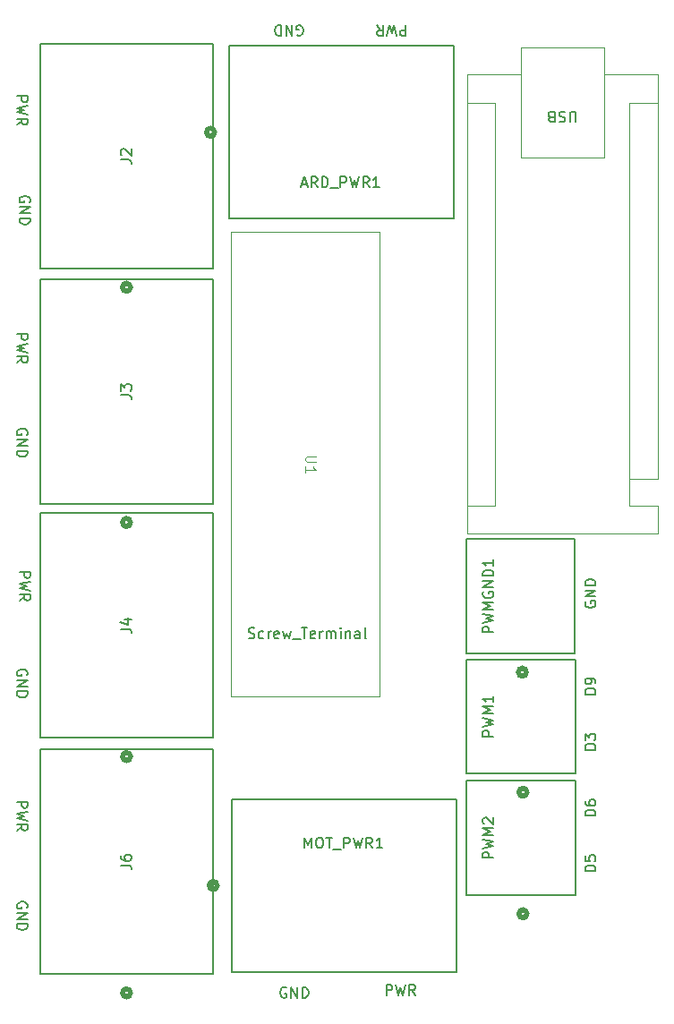
<source format=gbr>
%TF.GenerationSoftware,KiCad,Pcbnew,8.0.2-1*%
%TF.CreationDate,2024-11-16T17:54:22-05:00*%
%TF.ProjectId,JB_PCB,4a425f50-4342-42e6-9b69-6361645f7063,rev?*%
%TF.SameCoordinates,Original*%
%TF.FileFunction,Legend,Top*%
%TF.FilePolarity,Positive*%
%FSLAX46Y46*%
G04 Gerber Fmt 4.6, Leading zero omitted, Abs format (unit mm)*
G04 Created by KiCad (PCBNEW 8.0.2-1) date 2024-11-16 17:54:22*
%MOMM*%
%LPD*%
G01*
G04 APERTURE LIST*
%ADD10C,0.150000*%
%ADD11C,0.100000*%
%ADD12C,0.508000*%
%ADD13C,0.152400*%
%ADD14C,0.120000*%
G04 APERTURE END LIST*
D10*
X127039160Y-109572200D02*
X127182017Y-109619819D01*
X127182017Y-109619819D02*
X127420112Y-109619819D01*
X127420112Y-109619819D02*
X127515350Y-109572200D01*
X127515350Y-109572200D02*
X127562969Y-109524580D01*
X127562969Y-109524580D02*
X127610588Y-109429342D01*
X127610588Y-109429342D02*
X127610588Y-109334104D01*
X127610588Y-109334104D02*
X127562969Y-109238866D01*
X127562969Y-109238866D02*
X127515350Y-109191247D01*
X127515350Y-109191247D02*
X127420112Y-109143628D01*
X127420112Y-109143628D02*
X127229636Y-109096009D01*
X127229636Y-109096009D02*
X127134398Y-109048390D01*
X127134398Y-109048390D02*
X127086779Y-109000771D01*
X127086779Y-109000771D02*
X127039160Y-108905533D01*
X127039160Y-108905533D02*
X127039160Y-108810295D01*
X127039160Y-108810295D02*
X127086779Y-108715057D01*
X127086779Y-108715057D02*
X127134398Y-108667438D01*
X127134398Y-108667438D02*
X127229636Y-108619819D01*
X127229636Y-108619819D02*
X127467731Y-108619819D01*
X127467731Y-108619819D02*
X127610588Y-108667438D01*
X128467731Y-109572200D02*
X128372493Y-109619819D01*
X128372493Y-109619819D02*
X128182017Y-109619819D01*
X128182017Y-109619819D02*
X128086779Y-109572200D01*
X128086779Y-109572200D02*
X128039160Y-109524580D01*
X128039160Y-109524580D02*
X127991541Y-109429342D01*
X127991541Y-109429342D02*
X127991541Y-109143628D01*
X127991541Y-109143628D02*
X128039160Y-109048390D01*
X128039160Y-109048390D02*
X128086779Y-109000771D01*
X128086779Y-109000771D02*
X128182017Y-108953152D01*
X128182017Y-108953152D02*
X128372493Y-108953152D01*
X128372493Y-108953152D02*
X128467731Y-109000771D01*
X128896303Y-109619819D02*
X128896303Y-108953152D01*
X128896303Y-109143628D02*
X128943922Y-109048390D01*
X128943922Y-109048390D02*
X128991541Y-109000771D01*
X128991541Y-109000771D02*
X129086779Y-108953152D01*
X129086779Y-108953152D02*
X129182017Y-108953152D01*
X129896303Y-109572200D02*
X129801065Y-109619819D01*
X129801065Y-109619819D02*
X129610589Y-109619819D01*
X129610589Y-109619819D02*
X129515351Y-109572200D01*
X129515351Y-109572200D02*
X129467732Y-109476961D01*
X129467732Y-109476961D02*
X129467732Y-109096009D01*
X129467732Y-109096009D02*
X129515351Y-109000771D01*
X129515351Y-109000771D02*
X129610589Y-108953152D01*
X129610589Y-108953152D02*
X129801065Y-108953152D01*
X129801065Y-108953152D02*
X129896303Y-109000771D01*
X129896303Y-109000771D02*
X129943922Y-109096009D01*
X129943922Y-109096009D02*
X129943922Y-109191247D01*
X129943922Y-109191247D02*
X129467732Y-109286485D01*
X130277256Y-108953152D02*
X130467732Y-109619819D01*
X130467732Y-109619819D02*
X130658208Y-109143628D01*
X130658208Y-109143628D02*
X130848684Y-109619819D01*
X130848684Y-109619819D02*
X131039160Y-108953152D01*
X131182018Y-109715057D02*
X131943922Y-109715057D01*
X132039161Y-108619819D02*
X132610589Y-108619819D01*
X132324875Y-109619819D02*
X132324875Y-108619819D01*
X133324875Y-109572200D02*
X133229637Y-109619819D01*
X133229637Y-109619819D02*
X133039161Y-109619819D01*
X133039161Y-109619819D02*
X132943923Y-109572200D01*
X132943923Y-109572200D02*
X132896304Y-109476961D01*
X132896304Y-109476961D02*
X132896304Y-109096009D01*
X132896304Y-109096009D02*
X132943923Y-109000771D01*
X132943923Y-109000771D02*
X133039161Y-108953152D01*
X133039161Y-108953152D02*
X133229637Y-108953152D01*
X133229637Y-108953152D02*
X133324875Y-109000771D01*
X133324875Y-109000771D02*
X133372494Y-109096009D01*
X133372494Y-109096009D02*
X133372494Y-109191247D01*
X133372494Y-109191247D02*
X132896304Y-109286485D01*
X133801066Y-109619819D02*
X133801066Y-108953152D01*
X133801066Y-109143628D02*
X133848685Y-109048390D01*
X133848685Y-109048390D02*
X133896304Y-109000771D01*
X133896304Y-109000771D02*
X133991542Y-108953152D01*
X133991542Y-108953152D02*
X134086780Y-108953152D01*
X134420114Y-109619819D02*
X134420114Y-108953152D01*
X134420114Y-109048390D02*
X134467733Y-109000771D01*
X134467733Y-109000771D02*
X134562971Y-108953152D01*
X134562971Y-108953152D02*
X134705828Y-108953152D01*
X134705828Y-108953152D02*
X134801066Y-109000771D01*
X134801066Y-109000771D02*
X134848685Y-109096009D01*
X134848685Y-109096009D02*
X134848685Y-109619819D01*
X134848685Y-109096009D02*
X134896304Y-109000771D01*
X134896304Y-109000771D02*
X134991542Y-108953152D01*
X134991542Y-108953152D02*
X135134399Y-108953152D01*
X135134399Y-108953152D02*
X135229638Y-109000771D01*
X135229638Y-109000771D02*
X135277257Y-109096009D01*
X135277257Y-109096009D02*
X135277257Y-109619819D01*
X135753447Y-109619819D02*
X135753447Y-108953152D01*
X135753447Y-108619819D02*
X135705828Y-108667438D01*
X135705828Y-108667438D02*
X135753447Y-108715057D01*
X135753447Y-108715057D02*
X135801066Y-108667438D01*
X135801066Y-108667438D02*
X135753447Y-108619819D01*
X135753447Y-108619819D02*
X135753447Y-108715057D01*
X136229637Y-108953152D02*
X136229637Y-109619819D01*
X136229637Y-109048390D02*
X136277256Y-109000771D01*
X136277256Y-109000771D02*
X136372494Y-108953152D01*
X136372494Y-108953152D02*
X136515351Y-108953152D01*
X136515351Y-108953152D02*
X136610589Y-109000771D01*
X136610589Y-109000771D02*
X136658208Y-109096009D01*
X136658208Y-109096009D02*
X136658208Y-109619819D01*
X137562970Y-109619819D02*
X137562970Y-109096009D01*
X137562970Y-109096009D02*
X137515351Y-109000771D01*
X137515351Y-109000771D02*
X137420113Y-108953152D01*
X137420113Y-108953152D02*
X137229637Y-108953152D01*
X137229637Y-108953152D02*
X137134399Y-109000771D01*
X137562970Y-109572200D02*
X137467732Y-109619819D01*
X137467732Y-109619819D02*
X137229637Y-109619819D01*
X137229637Y-109619819D02*
X137134399Y-109572200D01*
X137134399Y-109572200D02*
X137086780Y-109476961D01*
X137086780Y-109476961D02*
X137086780Y-109381723D01*
X137086780Y-109381723D02*
X137134399Y-109286485D01*
X137134399Y-109286485D02*
X137229637Y-109238866D01*
X137229637Y-109238866D02*
X137467732Y-109238866D01*
X137467732Y-109238866D02*
X137562970Y-109191247D01*
X138182018Y-109619819D02*
X138086780Y-109572200D01*
X138086780Y-109572200D02*
X138039161Y-109476961D01*
X138039161Y-109476961D02*
X138039161Y-108619819D01*
X159869819Y-131663220D02*
X158869819Y-131663220D01*
X158869819Y-131663220D02*
X158869819Y-131425125D01*
X158869819Y-131425125D02*
X158917438Y-131282268D01*
X158917438Y-131282268D02*
X159012676Y-131187030D01*
X159012676Y-131187030D02*
X159107914Y-131139411D01*
X159107914Y-131139411D02*
X159298390Y-131091792D01*
X159298390Y-131091792D02*
X159441247Y-131091792D01*
X159441247Y-131091792D02*
X159631723Y-131139411D01*
X159631723Y-131139411D02*
X159726961Y-131187030D01*
X159726961Y-131187030D02*
X159822200Y-131282268D01*
X159822200Y-131282268D02*
X159869819Y-131425125D01*
X159869819Y-131425125D02*
X159869819Y-131663220D01*
X158869819Y-130187030D02*
X158869819Y-130663220D01*
X158869819Y-130663220D02*
X159346009Y-130710839D01*
X159346009Y-130710839D02*
X159298390Y-130663220D01*
X159298390Y-130663220D02*
X159250771Y-130567982D01*
X159250771Y-130567982D02*
X159250771Y-130329887D01*
X159250771Y-130329887D02*
X159298390Y-130234649D01*
X159298390Y-130234649D02*
X159346009Y-130187030D01*
X159346009Y-130187030D02*
X159441247Y-130139411D01*
X159441247Y-130139411D02*
X159679342Y-130139411D01*
X159679342Y-130139411D02*
X159774580Y-130187030D01*
X159774580Y-130187030D02*
X159822200Y-130234649D01*
X159822200Y-130234649D02*
X159869819Y-130329887D01*
X159869819Y-130329887D02*
X159869819Y-130567982D01*
X159869819Y-130567982D02*
X159822200Y-130663220D01*
X159822200Y-130663220D02*
X159774580Y-130710839D01*
X159869819Y-126413220D02*
X158869819Y-126413220D01*
X158869819Y-126413220D02*
X158869819Y-126175125D01*
X158869819Y-126175125D02*
X158917438Y-126032268D01*
X158917438Y-126032268D02*
X159012676Y-125937030D01*
X159012676Y-125937030D02*
X159107914Y-125889411D01*
X159107914Y-125889411D02*
X159298390Y-125841792D01*
X159298390Y-125841792D02*
X159441247Y-125841792D01*
X159441247Y-125841792D02*
X159631723Y-125889411D01*
X159631723Y-125889411D02*
X159726961Y-125937030D01*
X159726961Y-125937030D02*
X159822200Y-126032268D01*
X159822200Y-126032268D02*
X159869819Y-126175125D01*
X159869819Y-126175125D02*
X159869819Y-126413220D01*
X158869819Y-124984649D02*
X158869819Y-125175125D01*
X158869819Y-125175125D02*
X158917438Y-125270363D01*
X158917438Y-125270363D02*
X158965057Y-125317982D01*
X158965057Y-125317982D02*
X159107914Y-125413220D01*
X159107914Y-125413220D02*
X159298390Y-125460839D01*
X159298390Y-125460839D02*
X159679342Y-125460839D01*
X159679342Y-125460839D02*
X159774580Y-125413220D01*
X159774580Y-125413220D02*
X159822200Y-125365601D01*
X159822200Y-125365601D02*
X159869819Y-125270363D01*
X159869819Y-125270363D02*
X159869819Y-125079887D01*
X159869819Y-125079887D02*
X159822200Y-124984649D01*
X159822200Y-124984649D02*
X159774580Y-124937030D01*
X159774580Y-124937030D02*
X159679342Y-124889411D01*
X159679342Y-124889411D02*
X159441247Y-124889411D01*
X159441247Y-124889411D02*
X159346009Y-124937030D01*
X159346009Y-124937030D02*
X159298390Y-124984649D01*
X159298390Y-124984649D02*
X159250771Y-125079887D01*
X159250771Y-125079887D02*
X159250771Y-125270363D01*
X159250771Y-125270363D02*
X159298390Y-125365601D01*
X159298390Y-125365601D02*
X159346009Y-125413220D01*
X159346009Y-125413220D02*
X159441247Y-125460839D01*
X159869819Y-120163220D02*
X158869819Y-120163220D01*
X158869819Y-120163220D02*
X158869819Y-119925125D01*
X158869819Y-119925125D02*
X158917438Y-119782268D01*
X158917438Y-119782268D02*
X159012676Y-119687030D01*
X159012676Y-119687030D02*
X159107914Y-119639411D01*
X159107914Y-119639411D02*
X159298390Y-119591792D01*
X159298390Y-119591792D02*
X159441247Y-119591792D01*
X159441247Y-119591792D02*
X159631723Y-119639411D01*
X159631723Y-119639411D02*
X159726961Y-119687030D01*
X159726961Y-119687030D02*
X159822200Y-119782268D01*
X159822200Y-119782268D02*
X159869819Y-119925125D01*
X159869819Y-119925125D02*
X159869819Y-120163220D01*
X158869819Y-119258458D02*
X158869819Y-118639411D01*
X158869819Y-118639411D02*
X159250771Y-118972744D01*
X159250771Y-118972744D02*
X159250771Y-118829887D01*
X159250771Y-118829887D02*
X159298390Y-118734649D01*
X159298390Y-118734649D02*
X159346009Y-118687030D01*
X159346009Y-118687030D02*
X159441247Y-118639411D01*
X159441247Y-118639411D02*
X159679342Y-118639411D01*
X159679342Y-118639411D02*
X159774580Y-118687030D01*
X159774580Y-118687030D02*
X159822200Y-118734649D01*
X159822200Y-118734649D02*
X159869819Y-118829887D01*
X159869819Y-118829887D02*
X159869819Y-119115601D01*
X159869819Y-119115601D02*
X159822200Y-119210839D01*
X159822200Y-119210839D02*
X159774580Y-119258458D01*
X159869819Y-114913220D02*
X158869819Y-114913220D01*
X158869819Y-114913220D02*
X158869819Y-114675125D01*
X158869819Y-114675125D02*
X158917438Y-114532268D01*
X158917438Y-114532268D02*
X159012676Y-114437030D01*
X159012676Y-114437030D02*
X159107914Y-114389411D01*
X159107914Y-114389411D02*
X159298390Y-114341792D01*
X159298390Y-114341792D02*
X159441247Y-114341792D01*
X159441247Y-114341792D02*
X159631723Y-114389411D01*
X159631723Y-114389411D02*
X159726961Y-114437030D01*
X159726961Y-114437030D02*
X159822200Y-114532268D01*
X159822200Y-114532268D02*
X159869819Y-114675125D01*
X159869819Y-114675125D02*
X159869819Y-114913220D01*
X159869819Y-113865601D02*
X159869819Y-113675125D01*
X159869819Y-113675125D02*
X159822200Y-113579887D01*
X159822200Y-113579887D02*
X159774580Y-113532268D01*
X159774580Y-113532268D02*
X159631723Y-113437030D01*
X159631723Y-113437030D02*
X159441247Y-113389411D01*
X159441247Y-113389411D02*
X159060295Y-113389411D01*
X159060295Y-113389411D02*
X158965057Y-113437030D01*
X158965057Y-113437030D02*
X158917438Y-113484649D01*
X158917438Y-113484649D02*
X158869819Y-113579887D01*
X158869819Y-113579887D02*
X158869819Y-113770363D01*
X158869819Y-113770363D02*
X158917438Y-113865601D01*
X158917438Y-113865601D02*
X158965057Y-113913220D01*
X158965057Y-113913220D02*
X159060295Y-113960839D01*
X159060295Y-113960839D02*
X159298390Y-113960839D01*
X159298390Y-113960839D02*
X159393628Y-113913220D01*
X159393628Y-113913220D02*
X159441247Y-113865601D01*
X159441247Y-113865601D02*
X159488866Y-113770363D01*
X159488866Y-113770363D02*
X159488866Y-113579887D01*
X159488866Y-113579887D02*
X159441247Y-113484649D01*
X159441247Y-113484649D02*
X159393628Y-113437030D01*
X159393628Y-113437030D02*
X159298390Y-113389411D01*
X158917438Y-106139411D02*
X158869819Y-106234649D01*
X158869819Y-106234649D02*
X158869819Y-106377506D01*
X158869819Y-106377506D02*
X158917438Y-106520363D01*
X158917438Y-106520363D02*
X159012676Y-106615601D01*
X159012676Y-106615601D02*
X159107914Y-106663220D01*
X159107914Y-106663220D02*
X159298390Y-106710839D01*
X159298390Y-106710839D02*
X159441247Y-106710839D01*
X159441247Y-106710839D02*
X159631723Y-106663220D01*
X159631723Y-106663220D02*
X159726961Y-106615601D01*
X159726961Y-106615601D02*
X159822200Y-106520363D01*
X159822200Y-106520363D02*
X159869819Y-106377506D01*
X159869819Y-106377506D02*
X159869819Y-106282268D01*
X159869819Y-106282268D02*
X159822200Y-106139411D01*
X159822200Y-106139411D02*
X159774580Y-106091792D01*
X159774580Y-106091792D02*
X159441247Y-106091792D01*
X159441247Y-106091792D02*
X159441247Y-106282268D01*
X159869819Y-105663220D02*
X158869819Y-105663220D01*
X158869819Y-105663220D02*
X159869819Y-105091792D01*
X159869819Y-105091792D02*
X158869819Y-105091792D01*
X159869819Y-104615601D02*
X158869819Y-104615601D01*
X158869819Y-104615601D02*
X158869819Y-104377506D01*
X158869819Y-104377506D02*
X158917438Y-104234649D01*
X158917438Y-104234649D02*
X159012676Y-104139411D01*
X159012676Y-104139411D02*
X159107914Y-104091792D01*
X159107914Y-104091792D02*
X159298390Y-104044173D01*
X159298390Y-104044173D02*
X159441247Y-104044173D01*
X159441247Y-104044173D02*
X159631723Y-104091792D01*
X159631723Y-104091792D02*
X159726961Y-104139411D01*
X159726961Y-104139411D02*
X159822200Y-104234649D01*
X159822200Y-104234649D02*
X159869819Y-104377506D01*
X159869819Y-104377506D02*
X159869819Y-104615601D01*
X141913220Y-51630180D02*
X141913220Y-52630180D01*
X141913220Y-52630180D02*
X141532268Y-52630180D01*
X141532268Y-52630180D02*
X141437030Y-52582561D01*
X141437030Y-52582561D02*
X141389411Y-52534942D01*
X141389411Y-52534942D02*
X141341792Y-52439704D01*
X141341792Y-52439704D02*
X141341792Y-52296847D01*
X141341792Y-52296847D02*
X141389411Y-52201609D01*
X141389411Y-52201609D02*
X141437030Y-52153990D01*
X141437030Y-52153990D02*
X141532268Y-52106371D01*
X141532268Y-52106371D02*
X141913220Y-52106371D01*
X141008458Y-52630180D02*
X140770363Y-51630180D01*
X140770363Y-51630180D02*
X140579887Y-52344466D01*
X140579887Y-52344466D02*
X140389411Y-51630180D01*
X140389411Y-51630180D02*
X140151316Y-52630180D01*
X139198935Y-51630180D02*
X139532268Y-52106371D01*
X139770363Y-51630180D02*
X139770363Y-52630180D01*
X139770363Y-52630180D02*
X139389411Y-52630180D01*
X139389411Y-52630180D02*
X139294173Y-52582561D01*
X139294173Y-52582561D02*
X139246554Y-52534942D01*
X139246554Y-52534942D02*
X139198935Y-52439704D01*
X139198935Y-52439704D02*
X139198935Y-52296847D01*
X139198935Y-52296847D02*
X139246554Y-52201609D01*
X139246554Y-52201609D02*
X139294173Y-52153990D01*
X139294173Y-52153990D02*
X139389411Y-52106371D01*
X139389411Y-52106371D02*
X139770363Y-52106371D01*
X131639411Y-52582561D02*
X131734649Y-52630180D01*
X131734649Y-52630180D02*
X131877506Y-52630180D01*
X131877506Y-52630180D02*
X132020363Y-52582561D01*
X132020363Y-52582561D02*
X132115601Y-52487323D01*
X132115601Y-52487323D02*
X132163220Y-52392085D01*
X132163220Y-52392085D02*
X132210839Y-52201609D01*
X132210839Y-52201609D02*
X132210839Y-52058752D01*
X132210839Y-52058752D02*
X132163220Y-51868276D01*
X132163220Y-51868276D02*
X132115601Y-51773038D01*
X132115601Y-51773038D02*
X132020363Y-51677800D01*
X132020363Y-51677800D02*
X131877506Y-51630180D01*
X131877506Y-51630180D02*
X131782268Y-51630180D01*
X131782268Y-51630180D02*
X131639411Y-51677800D01*
X131639411Y-51677800D02*
X131591792Y-51725419D01*
X131591792Y-51725419D02*
X131591792Y-52058752D01*
X131591792Y-52058752D02*
X131782268Y-52058752D01*
X131163220Y-51630180D02*
X131163220Y-52630180D01*
X131163220Y-52630180D02*
X130591792Y-51630180D01*
X130591792Y-51630180D02*
X130591792Y-52630180D01*
X130115601Y-51630180D02*
X130115601Y-52630180D01*
X130115601Y-52630180D02*
X129877506Y-52630180D01*
X129877506Y-52630180D02*
X129734649Y-52582561D01*
X129734649Y-52582561D02*
X129639411Y-52487323D01*
X129639411Y-52487323D02*
X129591792Y-52392085D01*
X129591792Y-52392085D02*
X129544173Y-52201609D01*
X129544173Y-52201609D02*
X129544173Y-52058752D01*
X129544173Y-52058752D02*
X129591792Y-51868276D01*
X129591792Y-51868276D02*
X129639411Y-51773038D01*
X129639411Y-51773038D02*
X129734649Y-51677800D01*
X129734649Y-51677800D02*
X129877506Y-51630180D01*
X129877506Y-51630180D02*
X130115601Y-51630180D01*
X106332561Y-68360588D02*
X106380180Y-68265350D01*
X106380180Y-68265350D02*
X106380180Y-68122493D01*
X106380180Y-68122493D02*
X106332561Y-67979636D01*
X106332561Y-67979636D02*
X106237323Y-67884398D01*
X106237323Y-67884398D02*
X106142085Y-67836779D01*
X106142085Y-67836779D02*
X105951609Y-67789160D01*
X105951609Y-67789160D02*
X105808752Y-67789160D01*
X105808752Y-67789160D02*
X105618276Y-67836779D01*
X105618276Y-67836779D02*
X105523038Y-67884398D01*
X105523038Y-67884398D02*
X105427800Y-67979636D01*
X105427800Y-67979636D02*
X105380180Y-68122493D01*
X105380180Y-68122493D02*
X105380180Y-68217731D01*
X105380180Y-68217731D02*
X105427800Y-68360588D01*
X105427800Y-68360588D02*
X105475419Y-68408207D01*
X105475419Y-68408207D02*
X105808752Y-68408207D01*
X105808752Y-68408207D02*
X105808752Y-68217731D01*
X105380180Y-68836779D02*
X106380180Y-68836779D01*
X106380180Y-68836779D02*
X105380180Y-69408207D01*
X105380180Y-69408207D02*
X106380180Y-69408207D01*
X105380180Y-69884398D02*
X106380180Y-69884398D01*
X106380180Y-69884398D02*
X106380180Y-70122493D01*
X106380180Y-70122493D02*
X106332561Y-70265350D01*
X106332561Y-70265350D02*
X106237323Y-70360588D01*
X106237323Y-70360588D02*
X106142085Y-70408207D01*
X106142085Y-70408207D02*
X105951609Y-70455826D01*
X105951609Y-70455826D02*
X105808752Y-70455826D01*
X105808752Y-70455826D02*
X105618276Y-70408207D01*
X105618276Y-70408207D02*
X105523038Y-70360588D01*
X105523038Y-70360588D02*
X105427800Y-70265350D01*
X105427800Y-70265350D02*
X105380180Y-70122493D01*
X105380180Y-70122493D02*
X105380180Y-69884398D01*
X106082561Y-90360588D02*
X106130180Y-90265350D01*
X106130180Y-90265350D02*
X106130180Y-90122493D01*
X106130180Y-90122493D02*
X106082561Y-89979636D01*
X106082561Y-89979636D02*
X105987323Y-89884398D01*
X105987323Y-89884398D02*
X105892085Y-89836779D01*
X105892085Y-89836779D02*
X105701609Y-89789160D01*
X105701609Y-89789160D02*
X105558752Y-89789160D01*
X105558752Y-89789160D02*
X105368276Y-89836779D01*
X105368276Y-89836779D02*
X105273038Y-89884398D01*
X105273038Y-89884398D02*
X105177800Y-89979636D01*
X105177800Y-89979636D02*
X105130180Y-90122493D01*
X105130180Y-90122493D02*
X105130180Y-90217731D01*
X105130180Y-90217731D02*
X105177800Y-90360588D01*
X105177800Y-90360588D02*
X105225419Y-90408207D01*
X105225419Y-90408207D02*
X105558752Y-90408207D01*
X105558752Y-90408207D02*
X105558752Y-90217731D01*
X105130180Y-90836779D02*
X106130180Y-90836779D01*
X106130180Y-90836779D02*
X105130180Y-91408207D01*
X105130180Y-91408207D02*
X106130180Y-91408207D01*
X105130180Y-91884398D02*
X106130180Y-91884398D01*
X106130180Y-91884398D02*
X106130180Y-92122493D01*
X106130180Y-92122493D02*
X106082561Y-92265350D01*
X106082561Y-92265350D02*
X105987323Y-92360588D01*
X105987323Y-92360588D02*
X105892085Y-92408207D01*
X105892085Y-92408207D02*
X105701609Y-92455826D01*
X105701609Y-92455826D02*
X105558752Y-92455826D01*
X105558752Y-92455826D02*
X105368276Y-92408207D01*
X105368276Y-92408207D02*
X105273038Y-92360588D01*
X105273038Y-92360588D02*
X105177800Y-92265350D01*
X105177800Y-92265350D02*
X105130180Y-92122493D01*
X105130180Y-92122493D02*
X105130180Y-91884398D01*
X106082561Y-113110588D02*
X106130180Y-113015350D01*
X106130180Y-113015350D02*
X106130180Y-112872493D01*
X106130180Y-112872493D02*
X106082561Y-112729636D01*
X106082561Y-112729636D02*
X105987323Y-112634398D01*
X105987323Y-112634398D02*
X105892085Y-112586779D01*
X105892085Y-112586779D02*
X105701609Y-112539160D01*
X105701609Y-112539160D02*
X105558752Y-112539160D01*
X105558752Y-112539160D02*
X105368276Y-112586779D01*
X105368276Y-112586779D02*
X105273038Y-112634398D01*
X105273038Y-112634398D02*
X105177800Y-112729636D01*
X105177800Y-112729636D02*
X105130180Y-112872493D01*
X105130180Y-112872493D02*
X105130180Y-112967731D01*
X105130180Y-112967731D02*
X105177800Y-113110588D01*
X105177800Y-113110588D02*
X105225419Y-113158207D01*
X105225419Y-113158207D02*
X105558752Y-113158207D01*
X105558752Y-113158207D02*
X105558752Y-112967731D01*
X105130180Y-113586779D02*
X106130180Y-113586779D01*
X106130180Y-113586779D02*
X105130180Y-114158207D01*
X105130180Y-114158207D02*
X106130180Y-114158207D01*
X105130180Y-114634398D02*
X106130180Y-114634398D01*
X106130180Y-114634398D02*
X106130180Y-114872493D01*
X106130180Y-114872493D02*
X106082561Y-115015350D01*
X106082561Y-115015350D02*
X105987323Y-115110588D01*
X105987323Y-115110588D02*
X105892085Y-115158207D01*
X105892085Y-115158207D02*
X105701609Y-115205826D01*
X105701609Y-115205826D02*
X105558752Y-115205826D01*
X105558752Y-115205826D02*
X105368276Y-115158207D01*
X105368276Y-115158207D02*
X105273038Y-115110588D01*
X105273038Y-115110588D02*
X105177800Y-115015350D01*
X105177800Y-115015350D02*
X105130180Y-114872493D01*
X105130180Y-114872493D02*
X105130180Y-114634398D01*
X106082561Y-135110588D02*
X106130180Y-135015350D01*
X106130180Y-135015350D02*
X106130180Y-134872493D01*
X106130180Y-134872493D02*
X106082561Y-134729636D01*
X106082561Y-134729636D02*
X105987323Y-134634398D01*
X105987323Y-134634398D02*
X105892085Y-134586779D01*
X105892085Y-134586779D02*
X105701609Y-134539160D01*
X105701609Y-134539160D02*
X105558752Y-134539160D01*
X105558752Y-134539160D02*
X105368276Y-134586779D01*
X105368276Y-134586779D02*
X105273038Y-134634398D01*
X105273038Y-134634398D02*
X105177800Y-134729636D01*
X105177800Y-134729636D02*
X105130180Y-134872493D01*
X105130180Y-134872493D02*
X105130180Y-134967731D01*
X105130180Y-134967731D02*
X105177800Y-135110588D01*
X105177800Y-135110588D02*
X105225419Y-135158207D01*
X105225419Y-135158207D02*
X105558752Y-135158207D01*
X105558752Y-135158207D02*
X105558752Y-134967731D01*
X105130180Y-135586779D02*
X106130180Y-135586779D01*
X106130180Y-135586779D02*
X105130180Y-136158207D01*
X105130180Y-136158207D02*
X106130180Y-136158207D01*
X105130180Y-136634398D02*
X106130180Y-136634398D01*
X106130180Y-136634398D02*
X106130180Y-136872493D01*
X106130180Y-136872493D02*
X106082561Y-137015350D01*
X106082561Y-137015350D02*
X105987323Y-137110588D01*
X105987323Y-137110588D02*
X105892085Y-137158207D01*
X105892085Y-137158207D02*
X105701609Y-137205826D01*
X105701609Y-137205826D02*
X105558752Y-137205826D01*
X105558752Y-137205826D02*
X105368276Y-137158207D01*
X105368276Y-137158207D02*
X105273038Y-137110588D01*
X105273038Y-137110588D02*
X105177800Y-137015350D01*
X105177800Y-137015350D02*
X105130180Y-136872493D01*
X105130180Y-136872493D02*
X105130180Y-136634398D01*
X130610588Y-142667438D02*
X130515350Y-142619819D01*
X130515350Y-142619819D02*
X130372493Y-142619819D01*
X130372493Y-142619819D02*
X130229636Y-142667438D01*
X130229636Y-142667438D02*
X130134398Y-142762676D01*
X130134398Y-142762676D02*
X130086779Y-142857914D01*
X130086779Y-142857914D02*
X130039160Y-143048390D01*
X130039160Y-143048390D02*
X130039160Y-143191247D01*
X130039160Y-143191247D02*
X130086779Y-143381723D01*
X130086779Y-143381723D02*
X130134398Y-143476961D01*
X130134398Y-143476961D02*
X130229636Y-143572200D01*
X130229636Y-143572200D02*
X130372493Y-143619819D01*
X130372493Y-143619819D02*
X130467731Y-143619819D01*
X130467731Y-143619819D02*
X130610588Y-143572200D01*
X130610588Y-143572200D02*
X130658207Y-143524580D01*
X130658207Y-143524580D02*
X130658207Y-143191247D01*
X130658207Y-143191247D02*
X130467731Y-143191247D01*
X131086779Y-143619819D02*
X131086779Y-142619819D01*
X131086779Y-142619819D02*
X131658207Y-143619819D01*
X131658207Y-143619819D02*
X131658207Y-142619819D01*
X132134398Y-143619819D02*
X132134398Y-142619819D01*
X132134398Y-142619819D02*
X132372493Y-142619819D01*
X132372493Y-142619819D02*
X132515350Y-142667438D01*
X132515350Y-142667438D02*
X132610588Y-142762676D01*
X132610588Y-142762676D02*
X132658207Y-142857914D01*
X132658207Y-142857914D02*
X132705826Y-143048390D01*
X132705826Y-143048390D02*
X132705826Y-143191247D01*
X132705826Y-143191247D02*
X132658207Y-143381723D01*
X132658207Y-143381723D02*
X132610588Y-143476961D01*
X132610588Y-143476961D02*
X132515350Y-143572200D01*
X132515350Y-143572200D02*
X132372493Y-143619819D01*
X132372493Y-143619819D02*
X132134398Y-143619819D01*
X140086779Y-143369819D02*
X140086779Y-142369819D01*
X140086779Y-142369819D02*
X140467731Y-142369819D01*
X140467731Y-142369819D02*
X140562969Y-142417438D01*
X140562969Y-142417438D02*
X140610588Y-142465057D01*
X140610588Y-142465057D02*
X140658207Y-142560295D01*
X140658207Y-142560295D02*
X140658207Y-142703152D01*
X140658207Y-142703152D02*
X140610588Y-142798390D01*
X140610588Y-142798390D02*
X140562969Y-142846009D01*
X140562969Y-142846009D02*
X140467731Y-142893628D01*
X140467731Y-142893628D02*
X140086779Y-142893628D01*
X140991541Y-142369819D02*
X141229636Y-143369819D01*
X141229636Y-143369819D02*
X141420112Y-142655533D01*
X141420112Y-142655533D02*
X141610588Y-143369819D01*
X141610588Y-143369819D02*
X141848684Y-142369819D01*
X142801064Y-143369819D02*
X142467731Y-142893628D01*
X142229636Y-143369819D02*
X142229636Y-142369819D01*
X142229636Y-142369819D02*
X142610588Y-142369819D01*
X142610588Y-142369819D02*
X142705826Y-142417438D01*
X142705826Y-142417438D02*
X142753445Y-142465057D01*
X142753445Y-142465057D02*
X142801064Y-142560295D01*
X142801064Y-142560295D02*
X142801064Y-142703152D01*
X142801064Y-142703152D02*
X142753445Y-142798390D01*
X142753445Y-142798390D02*
X142705826Y-142846009D01*
X142705826Y-142846009D02*
X142610588Y-142893628D01*
X142610588Y-142893628D02*
X142229636Y-142893628D01*
X105130180Y-125086779D02*
X106130180Y-125086779D01*
X106130180Y-125086779D02*
X106130180Y-125467731D01*
X106130180Y-125467731D02*
X106082561Y-125562969D01*
X106082561Y-125562969D02*
X106034942Y-125610588D01*
X106034942Y-125610588D02*
X105939704Y-125658207D01*
X105939704Y-125658207D02*
X105796847Y-125658207D01*
X105796847Y-125658207D02*
X105701609Y-125610588D01*
X105701609Y-125610588D02*
X105653990Y-125562969D01*
X105653990Y-125562969D02*
X105606371Y-125467731D01*
X105606371Y-125467731D02*
X105606371Y-125086779D01*
X106130180Y-125991541D02*
X105130180Y-126229636D01*
X105130180Y-126229636D02*
X105844466Y-126420112D01*
X105844466Y-126420112D02*
X105130180Y-126610588D01*
X105130180Y-126610588D02*
X106130180Y-126848684D01*
X105130180Y-127801064D02*
X105606371Y-127467731D01*
X105130180Y-127229636D02*
X106130180Y-127229636D01*
X106130180Y-127229636D02*
X106130180Y-127610588D01*
X106130180Y-127610588D02*
X106082561Y-127705826D01*
X106082561Y-127705826D02*
X106034942Y-127753445D01*
X106034942Y-127753445D02*
X105939704Y-127801064D01*
X105939704Y-127801064D02*
X105796847Y-127801064D01*
X105796847Y-127801064D02*
X105701609Y-127753445D01*
X105701609Y-127753445D02*
X105653990Y-127705826D01*
X105653990Y-127705826D02*
X105606371Y-127610588D01*
X105606371Y-127610588D02*
X105606371Y-127229636D01*
X105380180Y-103336779D02*
X106380180Y-103336779D01*
X106380180Y-103336779D02*
X106380180Y-103717731D01*
X106380180Y-103717731D02*
X106332561Y-103812969D01*
X106332561Y-103812969D02*
X106284942Y-103860588D01*
X106284942Y-103860588D02*
X106189704Y-103908207D01*
X106189704Y-103908207D02*
X106046847Y-103908207D01*
X106046847Y-103908207D02*
X105951609Y-103860588D01*
X105951609Y-103860588D02*
X105903990Y-103812969D01*
X105903990Y-103812969D02*
X105856371Y-103717731D01*
X105856371Y-103717731D02*
X105856371Y-103336779D01*
X106380180Y-104241541D02*
X105380180Y-104479636D01*
X105380180Y-104479636D02*
X106094466Y-104670112D01*
X106094466Y-104670112D02*
X105380180Y-104860588D01*
X105380180Y-104860588D02*
X106380180Y-105098684D01*
X105380180Y-106051064D02*
X105856371Y-105717731D01*
X105380180Y-105479636D02*
X106380180Y-105479636D01*
X106380180Y-105479636D02*
X106380180Y-105860588D01*
X106380180Y-105860588D02*
X106332561Y-105955826D01*
X106332561Y-105955826D02*
X106284942Y-106003445D01*
X106284942Y-106003445D02*
X106189704Y-106051064D01*
X106189704Y-106051064D02*
X106046847Y-106051064D01*
X106046847Y-106051064D02*
X105951609Y-106003445D01*
X105951609Y-106003445D02*
X105903990Y-105955826D01*
X105903990Y-105955826D02*
X105856371Y-105860588D01*
X105856371Y-105860588D02*
X105856371Y-105479636D01*
X105130180Y-80836779D02*
X106130180Y-80836779D01*
X106130180Y-80836779D02*
X106130180Y-81217731D01*
X106130180Y-81217731D02*
X106082561Y-81312969D01*
X106082561Y-81312969D02*
X106034942Y-81360588D01*
X106034942Y-81360588D02*
X105939704Y-81408207D01*
X105939704Y-81408207D02*
X105796847Y-81408207D01*
X105796847Y-81408207D02*
X105701609Y-81360588D01*
X105701609Y-81360588D02*
X105653990Y-81312969D01*
X105653990Y-81312969D02*
X105606371Y-81217731D01*
X105606371Y-81217731D02*
X105606371Y-80836779D01*
X106130180Y-81741541D02*
X105130180Y-81979636D01*
X105130180Y-81979636D02*
X105844466Y-82170112D01*
X105844466Y-82170112D02*
X105130180Y-82360588D01*
X105130180Y-82360588D02*
X106130180Y-82598684D01*
X105130180Y-83551064D02*
X105606371Y-83217731D01*
X105130180Y-82979636D02*
X106130180Y-82979636D01*
X106130180Y-82979636D02*
X106130180Y-83360588D01*
X106130180Y-83360588D02*
X106082561Y-83455826D01*
X106082561Y-83455826D02*
X106034942Y-83503445D01*
X106034942Y-83503445D02*
X105939704Y-83551064D01*
X105939704Y-83551064D02*
X105796847Y-83551064D01*
X105796847Y-83551064D02*
X105701609Y-83503445D01*
X105701609Y-83503445D02*
X105653990Y-83455826D01*
X105653990Y-83455826D02*
X105606371Y-83360588D01*
X105606371Y-83360588D02*
X105606371Y-82979636D01*
X105130180Y-58336779D02*
X106130180Y-58336779D01*
X106130180Y-58336779D02*
X106130180Y-58717731D01*
X106130180Y-58717731D02*
X106082561Y-58812969D01*
X106082561Y-58812969D02*
X106034942Y-58860588D01*
X106034942Y-58860588D02*
X105939704Y-58908207D01*
X105939704Y-58908207D02*
X105796847Y-58908207D01*
X105796847Y-58908207D02*
X105701609Y-58860588D01*
X105701609Y-58860588D02*
X105653990Y-58812969D01*
X105653990Y-58812969D02*
X105606371Y-58717731D01*
X105606371Y-58717731D02*
X105606371Y-58336779D01*
X106130180Y-59241541D02*
X105130180Y-59479636D01*
X105130180Y-59479636D02*
X105844466Y-59670112D01*
X105844466Y-59670112D02*
X105130180Y-59860588D01*
X105130180Y-59860588D02*
X106130180Y-60098684D01*
X105130180Y-61051064D02*
X105606371Y-60717731D01*
X105130180Y-60479636D02*
X106130180Y-60479636D01*
X106130180Y-60479636D02*
X106130180Y-60860588D01*
X106130180Y-60860588D02*
X106082561Y-60955826D01*
X106082561Y-60955826D02*
X106034942Y-61003445D01*
X106034942Y-61003445D02*
X105939704Y-61051064D01*
X105939704Y-61051064D02*
X105796847Y-61051064D01*
X105796847Y-61051064D02*
X105701609Y-61003445D01*
X105701609Y-61003445D02*
X105653990Y-60955826D01*
X105653990Y-60955826D02*
X105606371Y-60860588D01*
X105606371Y-60860588D02*
X105606371Y-60479636D01*
X150204819Y-109049861D02*
X149204819Y-109049861D01*
X149204819Y-109049861D02*
X149204819Y-108668909D01*
X149204819Y-108668909D02*
X149252438Y-108573671D01*
X149252438Y-108573671D02*
X149300057Y-108526052D01*
X149300057Y-108526052D02*
X149395295Y-108478433D01*
X149395295Y-108478433D02*
X149538152Y-108478433D01*
X149538152Y-108478433D02*
X149633390Y-108526052D01*
X149633390Y-108526052D02*
X149681009Y-108573671D01*
X149681009Y-108573671D02*
X149728628Y-108668909D01*
X149728628Y-108668909D02*
X149728628Y-109049861D01*
X149204819Y-108145099D02*
X150204819Y-107907004D01*
X150204819Y-107907004D02*
X149490533Y-107716528D01*
X149490533Y-107716528D02*
X150204819Y-107526052D01*
X150204819Y-107526052D02*
X149204819Y-107287957D01*
X150204819Y-106907004D02*
X149204819Y-106907004D01*
X149204819Y-106907004D02*
X149919104Y-106573671D01*
X149919104Y-106573671D02*
X149204819Y-106240338D01*
X149204819Y-106240338D02*
X150204819Y-106240338D01*
X149252438Y-105240338D02*
X149204819Y-105335576D01*
X149204819Y-105335576D02*
X149204819Y-105478433D01*
X149204819Y-105478433D02*
X149252438Y-105621290D01*
X149252438Y-105621290D02*
X149347676Y-105716528D01*
X149347676Y-105716528D02*
X149442914Y-105764147D01*
X149442914Y-105764147D02*
X149633390Y-105811766D01*
X149633390Y-105811766D02*
X149776247Y-105811766D01*
X149776247Y-105811766D02*
X149966723Y-105764147D01*
X149966723Y-105764147D02*
X150061961Y-105716528D01*
X150061961Y-105716528D02*
X150157200Y-105621290D01*
X150157200Y-105621290D02*
X150204819Y-105478433D01*
X150204819Y-105478433D02*
X150204819Y-105383195D01*
X150204819Y-105383195D02*
X150157200Y-105240338D01*
X150157200Y-105240338D02*
X150109580Y-105192719D01*
X150109580Y-105192719D02*
X149776247Y-105192719D01*
X149776247Y-105192719D02*
X149776247Y-105383195D01*
X150204819Y-104764147D02*
X149204819Y-104764147D01*
X149204819Y-104764147D02*
X150204819Y-104192719D01*
X150204819Y-104192719D02*
X149204819Y-104192719D01*
X150204819Y-103716528D02*
X149204819Y-103716528D01*
X149204819Y-103716528D02*
X149204819Y-103478433D01*
X149204819Y-103478433D02*
X149252438Y-103335576D01*
X149252438Y-103335576D02*
X149347676Y-103240338D01*
X149347676Y-103240338D02*
X149442914Y-103192719D01*
X149442914Y-103192719D02*
X149633390Y-103145100D01*
X149633390Y-103145100D02*
X149776247Y-103145100D01*
X149776247Y-103145100D02*
X149966723Y-103192719D01*
X149966723Y-103192719D02*
X150061961Y-103240338D01*
X150061961Y-103240338D02*
X150157200Y-103335576D01*
X150157200Y-103335576D02*
X150204819Y-103478433D01*
X150204819Y-103478433D02*
X150204819Y-103716528D01*
X150204819Y-102192719D02*
X150204819Y-102764147D01*
X150204819Y-102478433D02*
X149204819Y-102478433D01*
X149204819Y-102478433D02*
X149347676Y-102573671D01*
X149347676Y-102573671D02*
X149442914Y-102668909D01*
X149442914Y-102668909D02*
X149490533Y-102764147D01*
D11*
X133442580Y-92388095D02*
X132633057Y-92388095D01*
X132633057Y-92388095D02*
X132537819Y-92435714D01*
X132537819Y-92435714D02*
X132490200Y-92483333D01*
X132490200Y-92483333D02*
X132442580Y-92578571D01*
X132442580Y-92578571D02*
X132442580Y-92769047D01*
X132442580Y-92769047D02*
X132490200Y-92864285D01*
X132490200Y-92864285D02*
X132537819Y-92911904D01*
X132537819Y-92911904D02*
X132633057Y-92959523D01*
X132633057Y-92959523D02*
X133442580Y-92959523D01*
X132442580Y-93959523D02*
X132442580Y-93388095D01*
X132442580Y-93673809D02*
X133442580Y-93673809D01*
X133442580Y-93673809D02*
X133299723Y-93578571D01*
X133299723Y-93578571D02*
X133204485Y-93483333D01*
X133204485Y-93483333D02*
X133156866Y-93388095D01*
D10*
X150204819Y-130380951D02*
X149204819Y-130380951D01*
X149204819Y-130380951D02*
X149204819Y-129999999D01*
X149204819Y-129999999D02*
X149252438Y-129904761D01*
X149252438Y-129904761D02*
X149300057Y-129857142D01*
X149300057Y-129857142D02*
X149395295Y-129809523D01*
X149395295Y-129809523D02*
X149538152Y-129809523D01*
X149538152Y-129809523D02*
X149633390Y-129857142D01*
X149633390Y-129857142D02*
X149681009Y-129904761D01*
X149681009Y-129904761D02*
X149728628Y-129999999D01*
X149728628Y-129999999D02*
X149728628Y-130380951D01*
X149204819Y-129476189D02*
X150204819Y-129238094D01*
X150204819Y-129238094D02*
X149490533Y-129047618D01*
X149490533Y-129047618D02*
X150204819Y-128857142D01*
X150204819Y-128857142D02*
X149204819Y-128619047D01*
X150204819Y-128238094D02*
X149204819Y-128238094D01*
X149204819Y-128238094D02*
X149919104Y-127904761D01*
X149919104Y-127904761D02*
X149204819Y-127571428D01*
X149204819Y-127571428D02*
X150204819Y-127571428D01*
X149300057Y-127142856D02*
X149252438Y-127095237D01*
X149252438Y-127095237D02*
X149204819Y-126999999D01*
X149204819Y-126999999D02*
X149204819Y-126761904D01*
X149204819Y-126761904D02*
X149252438Y-126666666D01*
X149252438Y-126666666D02*
X149300057Y-126619047D01*
X149300057Y-126619047D02*
X149395295Y-126571428D01*
X149395295Y-126571428D02*
X149490533Y-126571428D01*
X149490533Y-126571428D02*
X149633390Y-126619047D01*
X149633390Y-126619047D02*
X150204819Y-127190475D01*
X150204819Y-127190475D02*
X150204819Y-126571428D01*
X132333333Y-129454819D02*
X132333333Y-128454819D01*
X132333333Y-128454819D02*
X132666666Y-129169104D01*
X132666666Y-129169104D02*
X132999999Y-128454819D01*
X132999999Y-128454819D02*
X132999999Y-129454819D01*
X133666666Y-128454819D02*
X133857142Y-128454819D01*
X133857142Y-128454819D02*
X133952380Y-128502438D01*
X133952380Y-128502438D02*
X134047618Y-128597676D01*
X134047618Y-128597676D02*
X134095237Y-128788152D01*
X134095237Y-128788152D02*
X134095237Y-129121485D01*
X134095237Y-129121485D02*
X134047618Y-129311961D01*
X134047618Y-129311961D02*
X133952380Y-129407200D01*
X133952380Y-129407200D02*
X133857142Y-129454819D01*
X133857142Y-129454819D02*
X133666666Y-129454819D01*
X133666666Y-129454819D02*
X133571428Y-129407200D01*
X133571428Y-129407200D02*
X133476190Y-129311961D01*
X133476190Y-129311961D02*
X133428571Y-129121485D01*
X133428571Y-129121485D02*
X133428571Y-128788152D01*
X133428571Y-128788152D02*
X133476190Y-128597676D01*
X133476190Y-128597676D02*
X133571428Y-128502438D01*
X133571428Y-128502438D02*
X133666666Y-128454819D01*
X134380952Y-128454819D02*
X134952380Y-128454819D01*
X134666666Y-129454819D02*
X134666666Y-128454819D01*
X135047619Y-129550057D02*
X135809523Y-129550057D01*
X136047619Y-129454819D02*
X136047619Y-128454819D01*
X136047619Y-128454819D02*
X136428571Y-128454819D01*
X136428571Y-128454819D02*
X136523809Y-128502438D01*
X136523809Y-128502438D02*
X136571428Y-128550057D01*
X136571428Y-128550057D02*
X136619047Y-128645295D01*
X136619047Y-128645295D02*
X136619047Y-128788152D01*
X136619047Y-128788152D02*
X136571428Y-128883390D01*
X136571428Y-128883390D02*
X136523809Y-128931009D01*
X136523809Y-128931009D02*
X136428571Y-128978628D01*
X136428571Y-128978628D02*
X136047619Y-128978628D01*
X136952381Y-128454819D02*
X137190476Y-129454819D01*
X137190476Y-129454819D02*
X137380952Y-128740533D01*
X137380952Y-128740533D02*
X137571428Y-129454819D01*
X137571428Y-129454819D02*
X137809524Y-128454819D01*
X138761904Y-129454819D02*
X138428571Y-128978628D01*
X138190476Y-129454819D02*
X138190476Y-128454819D01*
X138190476Y-128454819D02*
X138571428Y-128454819D01*
X138571428Y-128454819D02*
X138666666Y-128502438D01*
X138666666Y-128502438D02*
X138714285Y-128550057D01*
X138714285Y-128550057D02*
X138761904Y-128645295D01*
X138761904Y-128645295D02*
X138761904Y-128788152D01*
X138761904Y-128788152D02*
X138714285Y-128883390D01*
X138714285Y-128883390D02*
X138666666Y-128931009D01*
X138666666Y-128931009D02*
X138571428Y-128978628D01*
X138571428Y-128978628D02*
X138190476Y-128978628D01*
X139714285Y-129454819D02*
X139142857Y-129454819D01*
X139428571Y-129454819D02*
X139428571Y-128454819D01*
X139428571Y-128454819D02*
X139333333Y-128597676D01*
X139333333Y-128597676D02*
X139238095Y-128692914D01*
X139238095Y-128692914D02*
X139142857Y-128740533D01*
X114954819Y-131083335D02*
X115669104Y-131083335D01*
X115669104Y-131083335D02*
X115811961Y-131130954D01*
X115811961Y-131130954D02*
X115907200Y-131226192D01*
X115907200Y-131226192D02*
X115954819Y-131369049D01*
X115954819Y-131369049D02*
X115954819Y-131464287D01*
X114954819Y-130178573D02*
X114954819Y-130369049D01*
X114954819Y-130369049D02*
X115002438Y-130464287D01*
X115002438Y-130464287D02*
X115050057Y-130511906D01*
X115050057Y-130511906D02*
X115192914Y-130607144D01*
X115192914Y-130607144D02*
X115383390Y-130654763D01*
X115383390Y-130654763D02*
X115764342Y-130654763D01*
X115764342Y-130654763D02*
X115859580Y-130607144D01*
X115859580Y-130607144D02*
X115907200Y-130559525D01*
X115907200Y-130559525D02*
X115954819Y-130464287D01*
X115954819Y-130464287D02*
X115954819Y-130273811D01*
X115954819Y-130273811D02*
X115907200Y-130178573D01*
X115907200Y-130178573D02*
X115859580Y-130130954D01*
X115859580Y-130130954D02*
X115764342Y-130083335D01*
X115764342Y-130083335D02*
X115526247Y-130083335D01*
X115526247Y-130083335D02*
X115431009Y-130130954D01*
X115431009Y-130130954D02*
X115383390Y-130178573D01*
X115383390Y-130178573D02*
X115335771Y-130273811D01*
X115335771Y-130273811D02*
X115335771Y-130464287D01*
X115335771Y-130464287D02*
X115383390Y-130559525D01*
X115383390Y-130559525D02*
X115431009Y-130607144D01*
X115431009Y-130607144D02*
X115526247Y-130654763D01*
X114954819Y-108728437D02*
X115669104Y-108728437D01*
X115669104Y-108728437D02*
X115811961Y-108776056D01*
X115811961Y-108776056D02*
X115907200Y-108871294D01*
X115907200Y-108871294D02*
X115954819Y-109014151D01*
X115954819Y-109014151D02*
X115954819Y-109109389D01*
X115288152Y-107823675D02*
X115954819Y-107823675D01*
X114907200Y-108061770D02*
X115621485Y-108299865D01*
X115621485Y-108299865D02*
X115621485Y-107680818D01*
X114954819Y-86583335D02*
X115669104Y-86583335D01*
X115669104Y-86583335D02*
X115811961Y-86630954D01*
X115811961Y-86630954D02*
X115907200Y-86726192D01*
X115907200Y-86726192D02*
X115954819Y-86869049D01*
X115954819Y-86869049D02*
X115954819Y-86964287D01*
X114954819Y-86202382D02*
X114954819Y-85583335D01*
X114954819Y-85583335D02*
X115335771Y-85916668D01*
X115335771Y-85916668D02*
X115335771Y-85773811D01*
X115335771Y-85773811D02*
X115383390Y-85678573D01*
X115383390Y-85678573D02*
X115431009Y-85630954D01*
X115431009Y-85630954D02*
X115526247Y-85583335D01*
X115526247Y-85583335D02*
X115764342Y-85583335D01*
X115764342Y-85583335D02*
X115859580Y-85630954D01*
X115859580Y-85630954D02*
X115907200Y-85678573D01*
X115907200Y-85678573D02*
X115954819Y-85773811D01*
X115954819Y-85773811D02*
X115954819Y-86059525D01*
X115954819Y-86059525D02*
X115907200Y-86154763D01*
X115907200Y-86154763D02*
X115859580Y-86202382D01*
X114954819Y-64333339D02*
X115669104Y-64333339D01*
X115669104Y-64333339D02*
X115811961Y-64380958D01*
X115811961Y-64380958D02*
X115907200Y-64476196D01*
X115907200Y-64476196D02*
X115954819Y-64619053D01*
X115954819Y-64619053D02*
X115954819Y-64714291D01*
X115050057Y-63904767D02*
X115002438Y-63857148D01*
X115002438Y-63857148D02*
X114954819Y-63761910D01*
X114954819Y-63761910D02*
X114954819Y-63523815D01*
X114954819Y-63523815D02*
X115002438Y-63428577D01*
X115002438Y-63428577D02*
X115050057Y-63380958D01*
X115050057Y-63380958D02*
X115145295Y-63333339D01*
X115145295Y-63333339D02*
X115240533Y-63333339D01*
X115240533Y-63333339D02*
X115383390Y-63380958D01*
X115383390Y-63380958D02*
X115954819Y-63952386D01*
X115954819Y-63952386D02*
X115954819Y-63333339D01*
X132083333Y-66669104D02*
X132559523Y-66669104D01*
X131988095Y-66954819D02*
X132321428Y-65954819D01*
X132321428Y-65954819D02*
X132654761Y-66954819D01*
X133559523Y-66954819D02*
X133226190Y-66478628D01*
X132988095Y-66954819D02*
X132988095Y-65954819D01*
X132988095Y-65954819D02*
X133369047Y-65954819D01*
X133369047Y-65954819D02*
X133464285Y-66002438D01*
X133464285Y-66002438D02*
X133511904Y-66050057D01*
X133511904Y-66050057D02*
X133559523Y-66145295D01*
X133559523Y-66145295D02*
X133559523Y-66288152D01*
X133559523Y-66288152D02*
X133511904Y-66383390D01*
X133511904Y-66383390D02*
X133464285Y-66431009D01*
X133464285Y-66431009D02*
X133369047Y-66478628D01*
X133369047Y-66478628D02*
X132988095Y-66478628D01*
X133988095Y-66954819D02*
X133988095Y-65954819D01*
X133988095Y-65954819D02*
X134226190Y-65954819D01*
X134226190Y-65954819D02*
X134369047Y-66002438D01*
X134369047Y-66002438D02*
X134464285Y-66097676D01*
X134464285Y-66097676D02*
X134511904Y-66192914D01*
X134511904Y-66192914D02*
X134559523Y-66383390D01*
X134559523Y-66383390D02*
X134559523Y-66526247D01*
X134559523Y-66526247D02*
X134511904Y-66716723D01*
X134511904Y-66716723D02*
X134464285Y-66811961D01*
X134464285Y-66811961D02*
X134369047Y-66907200D01*
X134369047Y-66907200D02*
X134226190Y-66954819D01*
X134226190Y-66954819D02*
X133988095Y-66954819D01*
X134750000Y-67050057D02*
X135511904Y-67050057D01*
X135750000Y-66954819D02*
X135750000Y-65954819D01*
X135750000Y-65954819D02*
X136130952Y-65954819D01*
X136130952Y-65954819D02*
X136226190Y-66002438D01*
X136226190Y-66002438D02*
X136273809Y-66050057D01*
X136273809Y-66050057D02*
X136321428Y-66145295D01*
X136321428Y-66145295D02*
X136321428Y-66288152D01*
X136321428Y-66288152D02*
X136273809Y-66383390D01*
X136273809Y-66383390D02*
X136226190Y-66431009D01*
X136226190Y-66431009D02*
X136130952Y-66478628D01*
X136130952Y-66478628D02*
X135750000Y-66478628D01*
X136654762Y-65954819D02*
X136892857Y-66954819D01*
X136892857Y-66954819D02*
X137083333Y-66240533D01*
X137083333Y-66240533D02*
X137273809Y-66954819D01*
X137273809Y-66954819D02*
X137511905Y-65954819D01*
X138464285Y-66954819D02*
X138130952Y-66478628D01*
X137892857Y-66954819D02*
X137892857Y-65954819D01*
X137892857Y-65954819D02*
X138273809Y-65954819D01*
X138273809Y-65954819D02*
X138369047Y-66002438D01*
X138369047Y-66002438D02*
X138416666Y-66050057D01*
X138416666Y-66050057D02*
X138464285Y-66145295D01*
X138464285Y-66145295D02*
X138464285Y-66288152D01*
X138464285Y-66288152D02*
X138416666Y-66383390D01*
X138416666Y-66383390D02*
X138369047Y-66431009D01*
X138369047Y-66431009D02*
X138273809Y-66478628D01*
X138273809Y-66478628D02*
X137892857Y-66478628D01*
X139416666Y-66954819D02*
X138845238Y-66954819D01*
X139130952Y-66954819D02*
X139130952Y-65954819D01*
X139130952Y-65954819D02*
X139035714Y-66097676D01*
X139035714Y-66097676D02*
X138940476Y-66192914D01*
X138940476Y-66192914D02*
X138845238Y-66240533D01*
X158001904Y-60785180D02*
X158001904Y-59975657D01*
X158001904Y-59975657D02*
X157954285Y-59880419D01*
X157954285Y-59880419D02*
X157906666Y-59832800D01*
X157906666Y-59832800D02*
X157811428Y-59785180D01*
X157811428Y-59785180D02*
X157620952Y-59785180D01*
X157620952Y-59785180D02*
X157525714Y-59832800D01*
X157525714Y-59832800D02*
X157478095Y-59880419D01*
X157478095Y-59880419D02*
X157430476Y-59975657D01*
X157430476Y-59975657D02*
X157430476Y-60785180D01*
X157001904Y-59832800D02*
X156859047Y-59785180D01*
X156859047Y-59785180D02*
X156620952Y-59785180D01*
X156620952Y-59785180D02*
X156525714Y-59832800D01*
X156525714Y-59832800D02*
X156478095Y-59880419D01*
X156478095Y-59880419D02*
X156430476Y-59975657D01*
X156430476Y-59975657D02*
X156430476Y-60070895D01*
X156430476Y-60070895D02*
X156478095Y-60166133D01*
X156478095Y-60166133D02*
X156525714Y-60213752D01*
X156525714Y-60213752D02*
X156620952Y-60261371D01*
X156620952Y-60261371D02*
X156811428Y-60308990D01*
X156811428Y-60308990D02*
X156906666Y-60356609D01*
X156906666Y-60356609D02*
X156954285Y-60404228D01*
X156954285Y-60404228D02*
X157001904Y-60499466D01*
X157001904Y-60499466D02*
X157001904Y-60594704D01*
X157001904Y-60594704D02*
X156954285Y-60689942D01*
X156954285Y-60689942D02*
X156906666Y-60737561D01*
X156906666Y-60737561D02*
X156811428Y-60785180D01*
X156811428Y-60785180D02*
X156573333Y-60785180D01*
X156573333Y-60785180D02*
X156430476Y-60737561D01*
X155668571Y-60308990D02*
X155525714Y-60261371D01*
X155525714Y-60261371D02*
X155478095Y-60213752D01*
X155478095Y-60213752D02*
X155430476Y-60118514D01*
X155430476Y-60118514D02*
X155430476Y-59975657D01*
X155430476Y-59975657D02*
X155478095Y-59880419D01*
X155478095Y-59880419D02*
X155525714Y-59832800D01*
X155525714Y-59832800D02*
X155620952Y-59785180D01*
X155620952Y-59785180D02*
X156001904Y-59785180D01*
X156001904Y-59785180D02*
X156001904Y-60785180D01*
X156001904Y-60785180D02*
X155668571Y-60785180D01*
X155668571Y-60785180D02*
X155573333Y-60737561D01*
X155573333Y-60737561D02*
X155525714Y-60689942D01*
X155525714Y-60689942D02*
X155478095Y-60594704D01*
X155478095Y-60594704D02*
X155478095Y-60499466D01*
X155478095Y-60499466D02*
X155525714Y-60404228D01*
X155525714Y-60404228D02*
X155573333Y-60356609D01*
X155573333Y-60356609D02*
X155668571Y-60308990D01*
X155668571Y-60308990D02*
X156001904Y-60308990D01*
X150204819Y-118880951D02*
X149204819Y-118880951D01*
X149204819Y-118880951D02*
X149204819Y-118499999D01*
X149204819Y-118499999D02*
X149252438Y-118404761D01*
X149252438Y-118404761D02*
X149300057Y-118357142D01*
X149300057Y-118357142D02*
X149395295Y-118309523D01*
X149395295Y-118309523D02*
X149538152Y-118309523D01*
X149538152Y-118309523D02*
X149633390Y-118357142D01*
X149633390Y-118357142D02*
X149681009Y-118404761D01*
X149681009Y-118404761D02*
X149728628Y-118499999D01*
X149728628Y-118499999D02*
X149728628Y-118880951D01*
X149204819Y-117976189D02*
X150204819Y-117738094D01*
X150204819Y-117738094D02*
X149490533Y-117547618D01*
X149490533Y-117547618D02*
X150204819Y-117357142D01*
X150204819Y-117357142D02*
X149204819Y-117119047D01*
X150204819Y-116738094D02*
X149204819Y-116738094D01*
X149204819Y-116738094D02*
X149919104Y-116404761D01*
X149919104Y-116404761D02*
X149204819Y-116071428D01*
X149204819Y-116071428D02*
X150204819Y-116071428D01*
X150204819Y-115071428D02*
X150204819Y-115642856D01*
X150204819Y-115357142D02*
X149204819Y-115357142D01*
X149204819Y-115357142D02*
X149347676Y-115452380D01*
X149347676Y-115452380D02*
X149442914Y-115547618D01*
X149442914Y-115547618D02*
X149490533Y-115642856D01*
D12*
%TO.C,PWMGND1*%
X153327200Y-112820600D02*
G75*
G02*
X152565200Y-112820600I-381000J0D01*
G01*
X152565200Y-112820600D02*
G75*
G02*
X153327200Y-112820600I381000J0D01*
G01*
D13*
X157880800Y-111042600D02*
X157880800Y-100247600D01*
X157880800Y-100247600D02*
X147619200Y-100247600D01*
X147619200Y-100247600D02*
X147619200Y-111042600D01*
X147619200Y-111042600D02*
X157880800Y-111042600D01*
%TO.C,U1*%
D11*
X139400000Y-71150000D02*
X125400000Y-71150000D01*
X125400000Y-115150000D01*
X139400000Y-115150000D01*
X139400000Y-71150000D01*
D12*
%TO.C,PWM2*%
X153381000Y-135675500D02*
G75*
G02*
X152619000Y-135675500I-381000J0D01*
G01*
X152619000Y-135675500D02*
G75*
G02*
X153381000Y-135675500I381000J0D01*
G01*
D13*
X157934600Y-133897500D02*
X157934600Y-123102500D01*
X157934600Y-123102500D02*
X147673000Y-123102500D01*
X147673000Y-123102500D02*
X147673000Y-133897500D01*
X147673000Y-133897500D02*
X157934600Y-133897500D01*
D12*
%TO.C,MOT_PWR1*%
X124078000Y-133000000D02*
G75*
G02*
X123316000Y-133000000I-381000J0D01*
G01*
X123316000Y-133000000D02*
G75*
G02*
X124078000Y-133000000I381000J0D01*
G01*
D13*
X125475000Y-141178800D02*
X146734800Y-141178800D01*
X146734800Y-141178800D02*
X146734800Y-124821200D01*
X146734800Y-124821200D02*
X125475000Y-124821200D01*
X125475000Y-124821200D02*
X125475000Y-141178800D01*
D12*
%TO.C,J6*%
X115881000Y-143157902D02*
G75*
G02*
X115119000Y-143157902I-381000J0D01*
G01*
X115119000Y-143157902D02*
G75*
G02*
X115881000Y-143157902I381000J0D01*
G01*
D13*
X123678800Y-141379902D02*
X123678800Y-120120102D01*
X123678800Y-120120102D02*
X107321200Y-120120102D01*
X107321200Y-120120102D02*
X107321200Y-141379902D01*
X107321200Y-141379902D02*
X123678800Y-141379902D01*
D12*
%TO.C,J4*%
X115881000Y-120803004D02*
G75*
G02*
X115119000Y-120803004I-381000J0D01*
G01*
X115119000Y-120803004D02*
G75*
G02*
X115881000Y-120803004I381000J0D01*
G01*
D13*
X123678800Y-119025004D02*
X123678800Y-97765204D01*
X123678800Y-97765204D02*
X107321200Y-97765204D01*
X107321200Y-97765204D02*
X107321200Y-119025004D01*
X107321200Y-119025004D02*
X123678800Y-119025004D01*
D12*
%TO.C,J3*%
X115881000Y-98657902D02*
G75*
G02*
X115119000Y-98657902I-381000J0D01*
G01*
X115119000Y-98657902D02*
G75*
G02*
X115881000Y-98657902I381000J0D01*
G01*
D13*
X123678800Y-96879902D02*
X123678800Y-75620102D01*
X123678800Y-75620102D02*
X107321200Y-75620102D01*
X107321200Y-75620102D02*
X107321200Y-96879902D01*
X107321200Y-96879902D02*
X123678800Y-96879902D01*
%TO.C,J2*%
X107321200Y-74629906D02*
X123678800Y-74629906D01*
X107321200Y-53370106D02*
X107321200Y-74629906D01*
X123678800Y-53370106D02*
X107321200Y-53370106D01*
X123678800Y-74629906D02*
X123678800Y-53370106D01*
D12*
X115881000Y-76407906D02*
G75*
G02*
X115119000Y-76407906I-381000J0D01*
G01*
X115119000Y-76407906D02*
G75*
G02*
X115881000Y-76407906I381000J0D01*
G01*
D13*
%TO.C,ARD_PWR1*%
X125225000Y-53571200D02*
X125225000Y-69928800D01*
X146484800Y-53571200D02*
X125225000Y-53571200D01*
X146484800Y-69928800D02*
X146484800Y-53571200D01*
X125225000Y-69928800D02*
X146484800Y-69928800D01*
D12*
X123828000Y-61750000D02*
G75*
G02*
X123066000Y-61750000I-381000J0D01*
G01*
X123066000Y-61750000D02*
G75*
G02*
X123828000Y-61750000I381000J0D01*
G01*
D14*
%TO.C,A1*%
X147720000Y-56300000D02*
X147720000Y-99740000D01*
X147720000Y-56300000D02*
X152800000Y-56300000D01*
X147720000Y-99740000D02*
X165760000Y-99740000D01*
X150390000Y-58970000D02*
X147720000Y-58970000D01*
X150390000Y-97070000D02*
X147720000Y-97070000D01*
X150390000Y-97070000D02*
X150390000Y-58970000D01*
X152800000Y-53760000D02*
X160680000Y-53760000D01*
X152800000Y-64180000D02*
X152800000Y-53760000D01*
X160680000Y-53760000D02*
X160680000Y-64180000D01*
X160680000Y-64180000D02*
X152800000Y-64180000D01*
X163090000Y-58970000D02*
X165760000Y-58970000D01*
X163090000Y-94530000D02*
X163090000Y-58970000D01*
X163090000Y-94530000D02*
X163090000Y-97070000D01*
X163090000Y-94530000D02*
X165760000Y-94530000D01*
X163090000Y-97070000D02*
X165760000Y-97070000D01*
X165760000Y-56300000D02*
X160680000Y-56300000D01*
X165760000Y-94530000D02*
X165760000Y-56300000D01*
X165760000Y-99740000D02*
X165760000Y-97070000D01*
D12*
%TO.C,PWM1*%
X153381000Y-124175500D02*
G75*
G02*
X152619000Y-124175500I-381000J0D01*
G01*
X152619000Y-124175500D02*
G75*
G02*
X153381000Y-124175500I381000J0D01*
G01*
D13*
X157934600Y-122397500D02*
X157934600Y-111602500D01*
X157934600Y-111602500D02*
X147673000Y-111602500D01*
X147673000Y-111602500D02*
X147673000Y-122397500D01*
X147673000Y-122397500D02*
X157934600Y-122397500D01*
%TD*%
M02*

</source>
